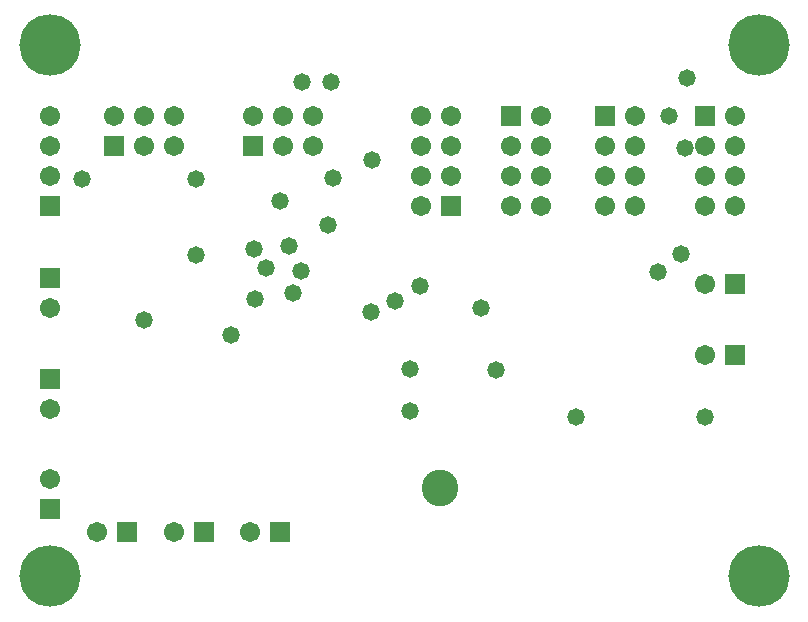
<source format=gbs>
%FSTAX24Y24*%
%MOIN*%
%SFA1B1*%

%IPPOS*%
%ADD46C,0.067100*%
%ADD47R,0.067100X0.067100*%
%ADD48R,0.067100X0.067100*%
%ADD49C,0.058000*%
%ADD50C,0.122000*%
%ADD51C,0.204900*%
%LNpcb1-1*%
%LPD*%
G54D46*
X006677Y001476D03*
X004118D03*
X001559D03*
X0Y003248D03*
Y005594D03*
Y008957D03*
X00877Y015344D03*
Y014344D03*
X00777Y015344D03*
Y014344D03*
X00677Y015344D03*
X012356Y012344D03*
X013356Y013344D03*
X012356D03*
X013356Y014344D03*
X012356D03*
X013356Y015344D03*
X012356D03*
X016358Y015354D03*
X015358Y014354D03*
X016358D03*
X015358Y013354D03*
X016358D03*
X015358Y012354D03*
X016358D03*
X019498Y015354D03*
X018498Y014354D03*
X019498D03*
X018498Y013354D03*
X019498D03*
X018498Y012354D03*
X019498D03*
X02285Y01535D03*
X02185Y01435D03*
X02285D03*
X02185Y01335D03*
X02285D03*
X02185Y01235D03*
X02285D03*
X004134Y015344D03*
Y014344D03*
X003134Y015344D03*
Y014344D03*
X002134Y015344D03*
X0Y013344D03*
Y014344D03*
Y015344D03*
X02185Y007382D03*
Y009744D03*
G54D47*
X007677Y001476D03*
X005118D03*
X002559D03*
X00677Y014344D03*
X002134D03*
X02285Y007382D03*
Y009744D03*
G54D48*
X0Y002248D03*
Y006594D03*
Y009957D03*
X013356Y012344D03*
X015358Y015354D03*
X018498D03*
X02185Y01535D03*
X0Y012344D03*
G54D49*
X021024Y010748D03*
X021152Y014291D03*
X02122Y016604D03*
X008415Y016467D03*
X020276Y010138D03*
X010728Y013878D03*
X009449Y013287D03*
X009252Y011713D03*
X007677Y0125D03*
X014365Y008957D03*
X003134Y008563D03*
X004851Y010728D03*
X006026Y008036D03*
X01752Y005315D03*
X02185D03*
X014862Y00689D03*
X012323Y009665D03*
X004852Y013259D03*
X02063Y015354D03*
X006806Y010925D03*
X007953Y011024D03*
X00936Y016467D03*
X010699Y008809D03*
X011516Y009183D03*
X0081Y009459D03*
X006841Y009262D03*
X008376Y010197D03*
X007205Y010276D03*
X001073Y013259D03*
X011992Y006909D03*
X011995Y005531D03*
G54D50*
X012992Y002953D03*
G54D51*
X0Y0D03*
X023622D03*
Y017717D03*
X0D03*
M02*
</source>
